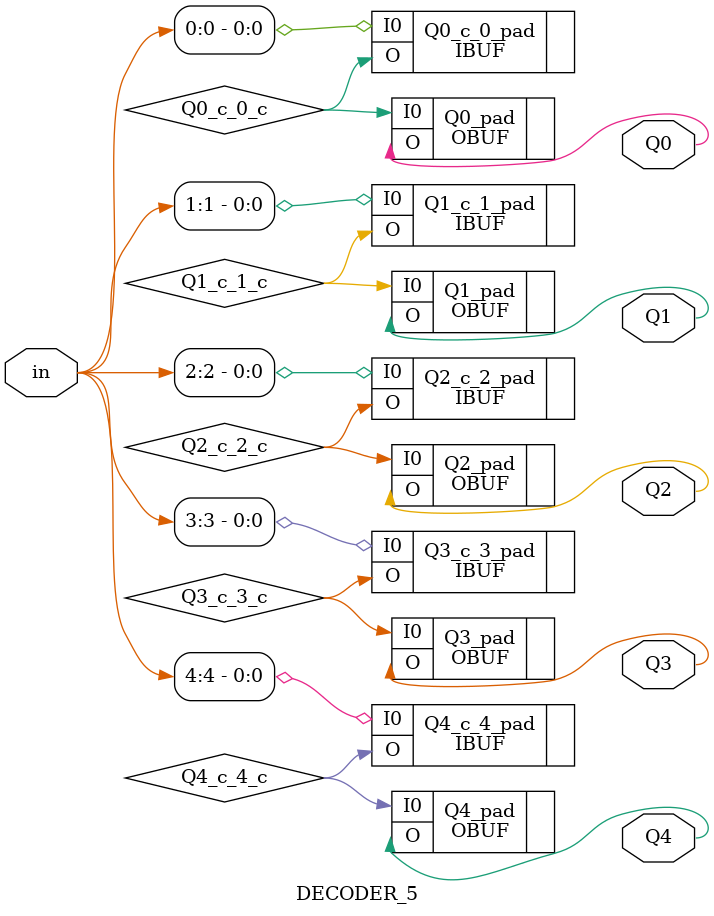
<source format=v>

module DECODER_5 (in, Q0, Q1, Q2, Q3, Q4);   // decoder_5.v(1[8:17])
    input [4:0]in;   // decoder_5.v(2[17:19])
    output Q0;   // decoder_5.v(3[12:14])
    output Q1;   // decoder_5.v(3[15:17])
    output Q2;   // decoder_5.v(3[18:20])
    output Q3;   // decoder_5.v(3[21:23])
    output Q4;   // decoder_5.v(3[24:26])
    
    
    wire Q4_c_4_c, Q3_c_3_c, Q2_c_2_c, Q1_c_1_c, Q0_c_0_c, pwr, 
        gnd;
    
    OBUF Q0_pad (.O(Q0), .I0(Q0_c_0_c));   // E:/Bin/lse/userware/NT/SYNTHESIS_HEADERS/mach.v(270[8:12])
    OBUF Q2_pad (.O(Q2), .I0(Q2_c_2_c));   // E:/Bin/lse/userware/NT/SYNTHESIS_HEADERS/mach.v(270[8:12])
    OBUF Q3_pad (.O(Q3), .I0(Q3_c_3_c));   // E:/Bin/lse/userware/NT/SYNTHESIS_HEADERS/mach.v(270[8:12])
    OBUF Q4_pad (.O(Q4), .I0(Q4_c_4_c));   // E:/Bin/lse/userware/NT/SYNTHESIS_HEADERS/mach.v(270[8:12])
    IBUF Q4_c_4_pad (.O(Q4_c_4_c), .I0(in[4]));   // E:/Bin/lse/userware/NT/SYNTHESIS_HEADERS/mach.v(186[8:12])
    IBUF Q3_c_3_pad (.O(Q3_c_3_c), .I0(in[3]));   // E:/Bin/lse/userware/NT/SYNTHESIS_HEADERS/mach.v(186[8:12])
    IBUF Q2_c_2_pad (.O(Q2_c_2_c), .I0(in[2]));   // E:/Bin/lse/userware/NT/SYNTHESIS_HEADERS/mach.v(186[8:12])
    IBUF Q1_c_1_pad (.O(Q1_c_1_c), .I0(in[1]));   // E:/Bin/lse/userware/NT/SYNTHESIS_HEADERS/mach.v(186[8:12])
    IBUF Q0_c_0_pad (.O(Q0_c_0_c), .I0(in[0]));   // E:/Bin/lse/userware/NT/SYNTHESIS_HEADERS/mach.v(186[8:12])
    VCC i37 (.X(pwr));
    OBUF Q1_pad (.O(Q1), .I0(Q1_c_1_c));   // E:/Bin/lse/userware/NT/SYNTHESIS_HEADERS/mach.v(270[8:12])
    GND i36 (.X(gnd));
    
endmodule
//
// Verilog Description of module VCC
// module not written out since it is a black-box. 
//

//
// Verilog Description of module GND
// module not written out since it is a black-box. 
//


</source>
